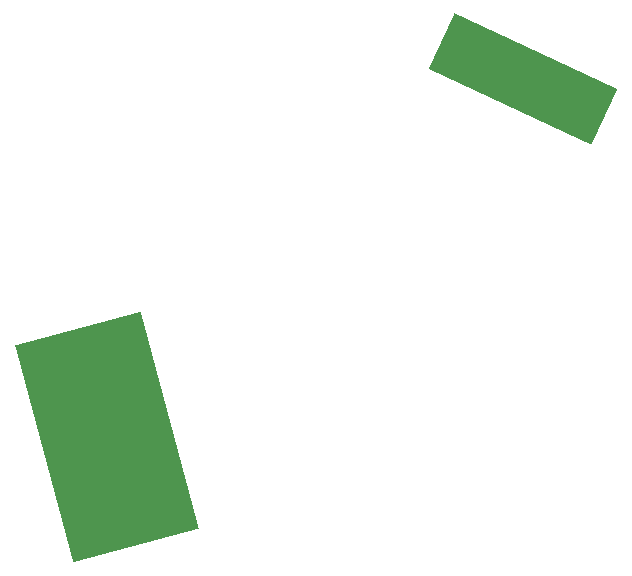
<source format=gko>
G04 Layer_Color=16711935*
%FSLAX25Y25*%
%MOIN*%
G70*
G01*
G75*
G04:AMPARAMS|DCode=55|XSize=598.42mil|YSize=204.72mil|CornerRadius=0mil|HoleSize=0mil|Usage=FLASHONLY|Rotation=335.000|XOffset=0mil|YOffset=0mil|HoleType=Round|Shape=Rectangle|*
%AMROTATEDRECTD55*
4,1,4,-0.31444,0.03368,-0.22792,0.21922,0.31444,-0.03368,0.22792,-0.21922,-0.31444,0.03368,0.0*
%
%ADD55ROTATEDRECTD55*%

G04:AMPARAMS|DCode=56|XSize=748.03mil|YSize=433.07mil|CornerRadius=0mil|HoleSize=0mil|Usage=FLASHONLY|Rotation=105.000|XOffset=0mil|YOffset=0mil|HoleType=Round|Shape=Rectangle|*
%AMROTATEDRECTD56*
4,1,4,0.30596,-0.30523,-0.11235,-0.41731,-0.30596,0.30523,0.11235,0.41731,0.30596,-0.30523,0.0*
%
%ADD56ROTATEDRECTD56*%

D55*
X46539Y93658D02*
D03*
D56*
X-92027Y-25727D02*
D03*
M02*

</source>
